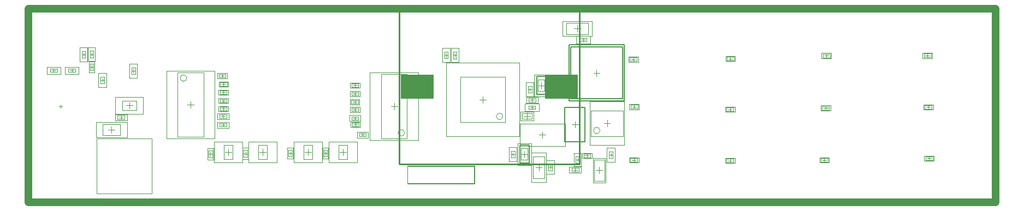
<source format=gbp>
G04*
G04 #@! TF.GenerationSoftware,Altium Limited,CircuitMaker,2.3.0 (2.3.0.3)*
G04*
G04 Layer_Color=16770453*
%FSLAX24Y24*%
%MOIN*%
G70*
G04*
G04 #@! TF.SameCoordinates,AA7B8D70-0D3E-4CF3-8BE1-7DC49EC747D3*
G04*
G04*
G04 #@! TF.FilePolarity,Positive*
G04*
G01*
G75*
%ADD11C,0.0039*%
%ADD13C,0.0100*%
%ADD14C,0.0050*%
%ADD15C,0.0079*%
%ADD16C,0.0059*%
%ADD18C,0.0472*%
%ADD19C,0.0020*%
%ADD114R,0.2000X0.1500*%
D11*
X4197Y3888D02*
X7544D01*
Y542D02*
Y3888D01*
X4197Y542D02*
X7544D01*
X4197D02*
Y3888D01*
X34911Y4383D02*
G03*
X34911Y4383I-197J0D01*
G01*
X28980Y5249D02*
G03*
X28980Y5249I-197J0D01*
G01*
X22981Y4244D02*
G03*
X22981Y4244I-197J0D01*
G01*
X9686Y7586D02*
G03*
X9686Y7586I-197J0D01*
G01*
X4434Y7248D02*
X4651D01*
X4434Y7661D02*
X4651D01*
X4434Y7248D02*
Y7661D01*
X4651Y7248D02*
Y7661D01*
X36329Y4029D02*
Y5608D01*
X34360Y4029D02*
Y5608D01*
X36329D01*
X34360Y4029D02*
X36329D01*
X19736Y6027D02*
Y6243D01*
X20150Y6027D02*
Y6243D01*
X19736D02*
X20150D01*
X19736Y6027D02*
X20150D01*
X5747Y5628D02*
Y6199D01*
X6613Y5628D02*
Y6199D01*
X5747D02*
X6613D01*
X5747Y5628D02*
X6613D01*
X14065Y2633D02*
Y3499D01*
X14596Y2633D02*
Y3499D01*
X14065D02*
X14596D01*
X14065Y2633D02*
X14596D01*
X27237Y1147D02*
Y2210D01*
X23174D02*
X27237D01*
X23174Y1147D02*
Y2210D01*
Y1147D02*
X27237D01*
X29137Y4894D02*
Y7650D01*
X26381Y4894D02*
Y7650D01*
Y4894D02*
X29137D01*
X26381Y7650D02*
X29137D01*
X1367Y7947D02*
X1780D01*
X1367Y8163D02*
X1780D01*
Y7947D02*
Y8163D01*
X1367Y7947D02*
Y8163D01*
X2469Y8163D02*
X2882D01*
X2469Y7947D02*
X2882D01*
X2469D02*
Y8163D01*
X2882Y7947D02*
Y8163D01*
X19759Y5027D02*
X20172D01*
X19759Y5243D02*
X20172D01*
Y5027D02*
Y5243D01*
X19759Y5027D02*
Y5243D01*
X20219Y4012D02*
X20632D01*
X20219Y4228D02*
X20632D01*
Y4012D02*
Y4228D01*
X20219Y4012D02*
Y4228D01*
X18264Y2781D02*
Y3194D01*
X18047Y2781D02*
Y3194D01*
X18264D01*
X18047Y2781D02*
X18264D01*
X16125Y2794D02*
Y3208D01*
X15908Y2794D02*
Y3208D01*
X16125D01*
X15908Y2794D02*
X16125D01*
X13390Y2772D02*
Y3185D01*
X13173Y2772D02*
Y3185D01*
X13390D01*
X13173Y2772D02*
X13390D01*
X11246Y2739D02*
Y3153D01*
X11029Y2739D02*
Y3153D01*
X11246D01*
X11029Y2739D02*
X11246D01*
X18952Y2630D02*
X19483D01*
X18952Y3496D02*
X19483D01*
Y2630D02*
Y3496D01*
X18952Y2630D02*
Y3496D01*
X16828Y2627D02*
X17359D01*
X16828Y3493D02*
X17359D01*
Y2627D02*
Y3493D01*
X16828Y2627D02*
Y3493D01*
X11963Y2629D02*
X12494D01*
X11963Y3495D02*
X12494D01*
Y2629D02*
Y3495D01*
X11963Y2629D02*
Y3495D01*
X11697Y5353D02*
X12111D01*
X11697Y5137D02*
X12111D01*
X11697D02*
Y5353D01*
X12111Y5137D02*
Y5353D01*
X11702Y4829D02*
X12116D01*
X11702Y4612D02*
X12116D01*
X11702D02*
Y4829D01*
X12116Y4612D02*
Y4829D01*
X21563Y7827D02*
X23138D01*
X21563Y3890D02*
X23138D01*
X21563D02*
Y7827D01*
X23138Y3890D02*
Y7827D01*
X9134Y4004D02*
X10709D01*
X9134Y7941D02*
X10709D01*
Y4004D02*
Y7941D01*
X9134Y4004D02*
Y7941D01*
X29492Y2718D02*
Y3131D01*
X29709Y2718D02*
Y3131D01*
X29492Y2718D02*
X29709D01*
X29492Y3131D02*
X29709D01*
X30104Y3289D02*
X30497D01*
X30104Y2580D02*
X30497D01*
Y3289D01*
X30104Y2580D02*
Y3289D01*
X31767Y2352D02*
X31984D01*
X31767Y1938D02*
X31984D01*
Y2352D01*
X31767Y1938D02*
Y2352D01*
X30821Y1456D02*
Y2794D01*
X31530Y1456D02*
Y2794D01*
X30821Y1456D02*
X31530D01*
X30821Y2794D02*
X31530D01*
X33612Y1857D02*
Y2093D01*
X33179Y1857D02*
Y2093D01*
Y1857D02*
X33612D01*
X33179Y2093D02*
X33612D01*
X36767Y2452D02*
X37200D01*
X36767Y2688D02*
X37200D01*
Y2452D02*
Y2688D01*
X36767Y2452D02*
Y2688D01*
X33437Y2388D02*
X33654D01*
X33437Y2802D02*
X33654D01*
X33437Y2388D02*
Y2802D01*
X33654Y2388D02*
Y2802D01*
X33909Y2737D02*
Y2953D01*
X34322Y2737D02*
Y2953D01*
X33909D02*
X34322D01*
X33909Y2737D02*
X34322D01*
X34545Y1311D02*
X35195D01*
X34545Y2591D02*
X35195D01*
X34545Y1311D02*
Y2591D01*
X35195Y1311D02*
Y2591D01*
X35467Y2687D02*
X35684D01*
X35467Y3101D02*
X35684D01*
X35467Y2687D02*
Y3101D01*
X35684Y2687D02*
Y3101D01*
X32866Y10969D02*
X34205D01*
X32866Y10261D02*
X34205D01*
X32866D02*
Y10969D01*
X34205Y10261D02*
Y10969D01*
X36784Y5712D02*
X37218D01*
X36784Y5948D02*
X37218D01*
Y5712D02*
Y5948D01*
X36784Y5712D02*
Y5948D01*
X36739Y8617D02*
X37172D01*
X36739Y8853D02*
X37172D01*
Y8617D02*
Y8853D01*
X36739Y8617D02*
Y8853D01*
X42654Y8652D02*
X43088D01*
X42654Y8888D02*
X43088D01*
Y8652D02*
Y8888D01*
X42654Y8652D02*
Y8888D01*
X42632Y2426D02*
X43065D01*
X42632Y2662D02*
X43065D01*
Y2426D02*
Y2662D01*
X42632Y2426D02*
Y2662D01*
X42637Y5557D02*
Y5793D01*
X43070Y5557D02*
Y5793D01*
X42637D02*
X43070D01*
X42637Y5557D02*
X43070D01*
X48474Y5642D02*
X48907D01*
X48474Y5878D02*
X48907D01*
Y5642D02*
Y5878D01*
X48474Y5642D02*
Y5878D01*
X48512Y8837D02*
X48945D01*
X48512Y9073D02*
X48945D01*
Y8837D02*
Y9073D01*
X48512Y8837D02*
Y9073D01*
X48389Y2457D02*
X48822D01*
X48389Y2693D02*
X48822D01*
Y2457D02*
Y2693D01*
X48389Y2457D02*
Y2693D01*
X54779Y2567D02*
Y2803D01*
X55212Y2567D02*
Y2803D01*
X54779D02*
X55212D01*
X54779Y2567D02*
X55212D01*
X54737Y5697D02*
Y5933D01*
X55170Y5697D02*
Y5933D01*
X54737D02*
X55170D01*
X54737Y5697D02*
X55170D01*
X54677Y8847D02*
X55110D01*
X54677Y9083D02*
X55110D01*
Y8847D02*
Y9083D01*
X54677Y8847D02*
Y9083D01*
X34106Y9815D02*
Y10032D01*
X33692Y9815D02*
Y10032D01*
Y9815D02*
X34106D01*
X33692Y10032D02*
X34106D01*
X25957Y9192D02*
X26174D01*
X25957Y8778D02*
X26174D01*
Y9192D01*
X25957Y8778D02*
Y9192D01*
X12138Y6605D02*
Y6822D01*
X11725Y6605D02*
Y6822D01*
Y6605D02*
X12138D01*
X11725Y6822D02*
X12138D01*
X12147Y7105D02*
Y7322D01*
X11734Y7105D02*
Y7322D01*
Y7105D02*
X12147D01*
X11734Y7322D02*
X12147D01*
X12125Y5607D02*
Y5823D01*
X11711Y5607D02*
Y5823D01*
Y5607D02*
X12125D01*
X11711Y5823D02*
X12125D01*
X12127Y6094D02*
Y6311D01*
X11714Y6094D02*
Y6311D01*
Y6094D02*
X12127D01*
X11714Y6311D02*
X12127D01*
X12063Y7625D02*
Y7842D01*
X11649Y7625D02*
Y7842D01*
Y7625D02*
X12063D01*
X11649Y7842D02*
X12063D01*
X30759Y5086D02*
Y5417D01*
X30153Y5086D02*
Y5417D01*
Y5086D02*
X30759D01*
X30153Y5417D02*
X30759D01*
X19749Y6517D02*
Y6733D01*
X20162Y6517D02*
Y6733D01*
X19749D02*
X20162D01*
X19749Y6517D02*
X20162D01*
X19747Y5557D02*
Y5773D01*
X20160Y5557D02*
Y5773D01*
X19747D02*
X20160D01*
X19747Y5557D02*
X20160D01*
X5904Y5057D02*
Y5293D01*
X5471Y5057D02*
Y5293D01*
Y5057D02*
X5904D01*
X5471Y5293D02*
X5904D01*
X3777Y8831D02*
X3994D01*
X3777Y9245D02*
X3994D01*
X3777Y8831D02*
Y9245D01*
X3994Y8831D02*
Y9245D01*
X30562Y6361D02*
X30976D01*
X30562Y6144D02*
X30976D01*
X30562D02*
Y6361D01*
X30976Y6144D02*
Y6361D01*
X3778Y8058D02*
Y8472D01*
X3994Y8058D02*
Y8472D01*
X3778Y8058D02*
X3994D01*
X3778Y8472D02*
X3994D01*
X19761Y7040D02*
Y7257D01*
X20174Y7040D02*
Y7257D01*
X19761D02*
X20174D01*
X19761Y7040D02*
X20174D01*
X30747Y6696D02*
Y7109D01*
X30531Y6696D02*
Y7109D01*
X30747D01*
X30531Y6696D02*
X30747D01*
X6542Y7820D02*
Y8233D01*
X6326Y7820D02*
Y8233D01*
X6542D01*
X6326Y7820D02*
X6542D01*
X3287Y8828D02*
X3504D01*
X3287Y9242D02*
X3504D01*
X3287Y8828D02*
Y9242D01*
X3504Y8828D02*
Y9242D01*
X31122Y6784D02*
X31516D01*
X31122Y7492D02*
X31516D01*
X31122Y6784D02*
Y7492D01*
X31516Y6784D02*
Y7492D01*
X19779Y4642D02*
Y4858D01*
X20192Y4642D02*
Y4858D01*
X19779D02*
X20192D01*
X19779Y4642D02*
X20192D01*
X25634Y8779D02*
Y9193D01*
X25417Y8779D02*
Y9193D01*
X25634D01*
X25417Y8779D02*
X25634D01*
X30561Y5694D02*
X30975D01*
X30561Y5911D02*
X30975D01*
Y5694D02*
Y5911D01*
X30561Y5694D02*
Y5911D01*
X4569Y4090D02*
X5632D01*
X4569Y4760D02*
X5632D01*
Y4090D02*
Y4760D01*
X4569Y4090D02*
Y4760D01*
X4542Y7346D02*
Y7563D01*
X4434Y7455D02*
X4651D01*
X35147Y4818D02*
X35541D01*
X35344Y4621D02*
Y5015D01*
X19835Y6135D02*
X20051D01*
X19943Y6027D02*
Y6243D01*
X5983Y5913D02*
X6377D01*
X6180Y5717D02*
Y6110D01*
X14134Y3066D02*
X14528D01*
X14331Y2869D02*
Y3263D01*
X23154Y1127D02*
X27249D01*
Y2229D01*
X23154D02*
X27249D01*
X23154Y1127D02*
Y2229D01*
X27562Y6272D02*
X27956D01*
X27759Y6075D02*
Y6469D01*
X1573Y7947D02*
Y8163D01*
X1465Y8055D02*
X1681D01*
X2676Y7947D02*
Y8163D01*
X2567Y8055D02*
X2784D01*
X19965Y5027D02*
Y5243D01*
X19857Y5135D02*
X20074D01*
X20426Y4012D02*
Y4228D01*
X20317Y4120D02*
X20534D01*
X18047Y2987D02*
X18264D01*
X18155Y2879D02*
Y3095D01*
X15908Y3001D02*
X16125D01*
X16017Y2893D02*
Y3109D01*
X13173Y2978D02*
X13390D01*
X13281Y2870D02*
Y3087D01*
X11029Y2946D02*
X11246D01*
X11138Y2838D02*
Y3054D01*
X19218Y2866D02*
Y3260D01*
X19021Y3063D02*
X19414D01*
X17093Y2863D02*
Y3257D01*
X16897Y3060D02*
X17290D01*
X12228Y2865D02*
Y3259D01*
X12032Y3062D02*
X12425D01*
X11904Y5137D02*
Y5353D01*
X11796Y5245D02*
X12012D01*
X11909Y4612D02*
Y4829D01*
X11801Y4720D02*
X12017D01*
X22351Y5661D02*
Y6055D01*
X22154Y5858D02*
X22548D01*
X20874Y7925D02*
X23827D01*
X20874Y3791D02*
X23827D01*
X20874D02*
Y7925D01*
X23827Y3791D02*
Y7925D01*
X9922Y5775D02*
Y6169D01*
X9725Y5972D02*
X10119D01*
X8445Y3905D02*
X11398D01*
X8445Y8039D02*
X11398D01*
Y3905D02*
Y8039D01*
X8445Y3905D02*
Y8039D01*
X29492Y2925D02*
X29709D01*
X29600Y2816D02*
Y3033D01*
X30300Y2738D02*
Y3131D01*
X30104Y2935D02*
X30497D01*
X31876Y2037D02*
Y2253D01*
X31767Y2145D02*
X31984D01*
X30979Y2125D02*
X31373D01*
X31176Y1928D02*
Y2322D01*
X33278Y1975D02*
X33514D01*
X33396Y1857D02*
Y2093D01*
X36983Y2452D02*
Y2688D01*
X36865Y2570D02*
X37101D01*
X33546Y2487D02*
Y2703D01*
X33437Y2595D02*
X33654D01*
X34007Y2845D02*
X34224D01*
X34116Y2737D02*
Y2953D01*
X34870Y1754D02*
Y2148D01*
X34673Y1951D02*
X35067D01*
X35576Y2786D02*
Y3002D01*
X35467Y2894D02*
X35684D01*
X33189Y4745D02*
X33583D01*
X33386Y4548D02*
Y4942D01*
X33536Y10418D02*
Y10812D01*
X33339Y10615D02*
X33733D01*
X37001Y5712D02*
Y5948D01*
X36883Y5830D02*
X37119D01*
X36956Y8617D02*
Y8853D01*
X36838Y8735D02*
X37074D01*
X42871Y8652D02*
Y8888D01*
X42753Y8770D02*
X42989D01*
X42849Y2426D02*
Y2662D01*
X42731Y2544D02*
X42967D01*
X42735Y5675D02*
X42972D01*
X42853Y5557D02*
Y5793D01*
X48690Y5642D02*
Y5878D01*
X48572Y5760D02*
X48809D01*
X48728Y8837D02*
Y9073D01*
X48610Y8955D02*
X48846D01*
X48606Y2457D02*
Y2693D01*
X48488Y2575D02*
X48724D01*
X54878Y2685D02*
X55114D01*
X54996Y2567D02*
Y2803D01*
X54835Y5815D02*
X55072D01*
X54953Y5697D02*
Y5933D01*
X54893Y8847D02*
Y9083D01*
X54775Y8965D02*
X55012D01*
X33791Y9923D02*
X34007D01*
X33899Y9815D02*
Y10032D01*
X34509Y7905D02*
X34903D01*
X34706Y7708D02*
Y8102D01*
X26066Y8877D02*
Y9093D01*
X25957Y8985D02*
X26174D01*
X11823Y6713D02*
X12040D01*
X11932Y6605D02*
Y6822D01*
X11832Y7213D02*
X12049D01*
X11940Y7105D02*
Y7322D01*
X11810Y5715D02*
X12026D01*
X11918Y5607D02*
Y5823D01*
X11812Y6203D02*
X12029D01*
X11921Y6094D02*
Y6311D01*
X11748Y7734D02*
X11964D01*
X11856Y7625D02*
Y7842D01*
X30259Y5252D02*
X30653D01*
X30456Y5055D02*
Y5448D01*
X19847Y6625D02*
X20063D01*
X19955Y6517D02*
Y6733D01*
X19845Y5665D02*
X20062D01*
X19953Y5557D02*
Y5773D01*
X5570Y5175D02*
X5806D01*
X5688Y5057D02*
Y5293D01*
X3886Y8930D02*
Y9146D01*
X3777Y9038D02*
X3994D01*
X30769Y6144D02*
Y6361D01*
X30661Y6252D02*
X30877D01*
X3778Y8265D02*
X3994D01*
X3886Y8157D02*
Y8373D01*
X19859Y7149D02*
X20076D01*
X19968Y7040D02*
Y7257D01*
X30531Y6902D02*
X30747D01*
X30639Y6794D02*
Y7011D01*
X6326Y8027D02*
X6542D01*
X6434Y7918D02*
Y8135D01*
X3396Y8927D02*
Y9143D01*
X3287Y9035D02*
X3504D01*
X31319Y6941D02*
Y7335D01*
X31122Y7138D02*
X31516D01*
X19877Y4750D02*
X20094D01*
X19985Y4642D02*
Y4858D01*
X25417Y8986D02*
X25634D01*
X25526Y8878D02*
Y9094D01*
X30768Y5694D02*
Y5911D01*
X30660Y5802D02*
X30876D01*
X5100Y4228D02*
Y4622D01*
X4904Y4425D02*
X5297D01*
D13*
X22646Y2329D02*
X33669D01*
X22646D02*
Y11778D01*
X33669Y2329D02*
Y11778D01*
X22646D02*
X33669D01*
D14*
X33131Y6330D02*
Y9480D01*
X36281Y6330D02*
Y9480D01*
X33131Y6330D02*
X36281D01*
X33131Y9480D02*
X36281D01*
X33033Y6192D02*
X36379D01*
X33033Y9618D02*
X36379D01*
X33033Y6192D02*
Y9618D01*
X36379Y6192D02*
Y9618D01*
D15*
X32772Y3695D02*
X34000D01*
Y5795D01*
X32772D02*
X34000D01*
X32772Y3695D02*
Y5795D01*
D16*
X30576Y2385D02*
Y3485D01*
X30025Y2385D02*
X30576D01*
X30025D02*
Y3485D01*
X30576D01*
X31044Y6588D02*
Y7688D01*
X31595D01*
Y6588D02*
Y7688D01*
X31044Y6588D02*
X31595D01*
D18*
X59066Y5D02*
Y11825D01*
X16Y5D02*
X59066D01*
X16Y11825D02*
X59066D01*
X16Y5D02*
Y11825D01*
D19*
X4306Y7022D02*
X4779D01*
X4306Y7888D02*
X4779D01*
X4306Y7022D02*
Y7888D01*
X4779Y7022D02*
Y7888D01*
X36388Y3480D02*
Y6157D01*
X34301Y3480D02*
Y6157D01*
X36388D01*
X34301Y3480D02*
X36388D01*
X19648Y5977D02*
Y6292D01*
X20238Y5977D02*
Y6292D01*
X19648D02*
X20238D01*
X19648Y5977D02*
X20238D01*
X5334Y5402D02*
Y6425D01*
X7027Y5402D02*
Y6425D01*
X5334D02*
X7027D01*
X5334Y5402D02*
X7027D01*
X13465Y2436D02*
Y3696D01*
X15197Y2436D02*
Y3696D01*
X13465D02*
X15197D01*
X13465Y2436D02*
X15197D01*
X30003Y4028D02*
Y8516D01*
X25515Y4028D02*
Y8516D01*
Y4028D02*
X30003D01*
X25515Y8516D02*
X30003D01*
X1160Y7838D02*
X1987D01*
X1160Y8271D02*
X1987D01*
Y7838D02*
Y8271D01*
X1160Y7838D02*
Y8271D01*
X2262Y8271D02*
X3089D01*
X2262Y7838D02*
X3089D01*
X2262D02*
Y8271D01*
X3089Y7838D02*
Y8271D01*
X19623Y4958D02*
X20307D01*
X19623Y5312D02*
X20307D01*
Y4958D02*
Y5312D01*
X19623Y4958D02*
Y5312D01*
X20084Y3943D02*
X20768D01*
X20084Y4297D02*
X20768D01*
Y3943D02*
Y4297D01*
X20084Y3943D02*
Y4297D01*
X18333Y2645D02*
Y3329D01*
X17978Y2645D02*
Y3329D01*
X18333D01*
X17978Y2645D02*
X18333D01*
X16194Y2659D02*
Y3343D01*
X15840Y2659D02*
Y3343D01*
X16194D01*
X15840Y2659D02*
X16194D01*
X13459Y2637D02*
Y3320D01*
X13104Y2637D02*
Y3320D01*
X13459D01*
X13104Y2637D02*
X13459D01*
X11315Y2604D02*
Y3288D01*
X10961Y2604D02*
Y3288D01*
X11315D01*
X10961Y2604D02*
X11315D01*
X18351Y2433D02*
X20084D01*
X18351Y3693D02*
X20084D01*
Y2433D02*
Y3693D01*
X18351Y2433D02*
Y3693D01*
X16227Y2430D02*
X17960D01*
X16227Y3690D02*
X17960D01*
Y2430D02*
Y3690D01*
X16227Y2430D02*
Y3690D01*
X11362Y2432D02*
X13094D01*
X11362Y3692D02*
X13094D01*
Y2432D02*
Y3692D01*
X11362Y2432D02*
Y3692D01*
X11562Y5422D02*
X12246D01*
X11562Y5068D02*
X12246D01*
X11562D02*
Y5422D01*
X12246Y5068D02*
Y5422D01*
X11567Y4897D02*
X12251D01*
X11567Y4543D02*
X12251D01*
X11567D02*
Y4897D01*
X12251Y4543D02*
Y4897D01*
X31201Y4113D02*
X31595D01*
X31398Y3916D02*
Y4310D01*
X32776Y3444D02*
Y4782D01*
X30020D02*
X32776D01*
X30020Y3444D02*
Y4782D01*
Y3444D02*
X32776D01*
X29364Y2492D02*
Y3358D01*
X29837Y2492D02*
Y3358D01*
X29364Y2492D02*
X29837D01*
X29364Y3358D02*
X29837D01*
X29887Y3604D02*
X30714D01*
X29887Y2265D02*
X30714D01*
Y3604D01*
X29887Y2265D02*
Y3604D01*
X31640Y2578D02*
X32112D01*
X31640Y1712D02*
X32112D01*
Y2578D01*
X31640Y1712D02*
Y2578D01*
X30723Y1219D02*
Y3030D01*
X31628Y1219D02*
Y3030D01*
X30723Y1219D02*
X31628D01*
X30723Y3030D02*
X31628D01*
X33750Y1798D02*
Y2152D01*
X33041Y1798D02*
Y2152D01*
Y1798D02*
X33750D01*
X33041Y2152D02*
X33750D01*
X36688Y2412D02*
X37279D01*
X36688Y2727D02*
X37279D01*
Y2412D02*
Y2727D01*
X36688Y2412D02*
Y2727D01*
X33329Y2182D02*
X33762D01*
X33329Y3008D02*
X33762D01*
X33329Y2182D02*
Y3008D01*
X33762Y2182D02*
Y3008D01*
X33820Y2687D02*
Y3002D01*
X34411Y2687D02*
Y3002D01*
X33820D02*
X34411D01*
X33820Y2687D02*
X34411D01*
X34496Y1203D02*
X35244D01*
X34496Y2699D02*
X35244D01*
X34496Y1203D02*
Y2699D01*
X35244Y1203D02*
Y2699D01*
X35340Y2461D02*
X35812D01*
X35340Y3327D02*
X35812D01*
X35340Y2461D02*
Y3327D01*
X35812Y2461D02*
Y3327D01*
X32630Y11068D02*
X34441D01*
X32630Y10162D02*
X34441D01*
X32630D02*
Y11068D01*
X34441Y10162D02*
Y11068D01*
X36706Y5672D02*
X37296D01*
X36706Y5987D02*
X37296D01*
Y5672D02*
Y5987D01*
X36706Y5672D02*
Y5987D01*
X36660Y8577D02*
X37251D01*
X36660Y8892D02*
X37251D01*
Y8577D02*
Y8892D01*
X36660Y8577D02*
Y8892D01*
X42576Y8612D02*
X43166D01*
X42576Y8927D02*
X43166D01*
Y8612D02*
Y8927D01*
X42576Y8612D02*
Y8927D01*
X42553Y2387D02*
X43144D01*
X42553Y2702D02*
X43144D01*
Y2387D02*
Y2702D01*
X42553Y2387D02*
Y2702D01*
X42558Y5517D02*
Y5832D01*
X43149Y5517D02*
Y5832D01*
X42558D02*
X43149D01*
X42558Y5517D02*
X43149D01*
X48395Y5602D02*
X48986D01*
X48395Y5917D02*
X48986D01*
Y5602D02*
Y5917D01*
X48395Y5602D02*
Y5917D01*
X48433Y8797D02*
X49023D01*
X48433Y9112D02*
X49023D01*
Y8797D02*
Y9112D01*
X48433Y8797D02*
Y9112D01*
X48310Y2417D02*
X48901D01*
X48310Y2732D02*
X48901D01*
Y2417D02*
Y2732D01*
X48310Y2417D02*
Y2732D01*
X54700Y2527D02*
Y2842D01*
X55291Y2527D02*
Y2842D01*
X54700D02*
X55291D01*
X54700Y2527D02*
X55291D01*
X54658Y5657D02*
Y5972D01*
X55249Y5657D02*
Y5972D01*
X54658D02*
X55249D01*
X54658Y5657D02*
X55249D01*
X54598Y8807D02*
X55189D01*
X54598Y9122D02*
X55189D01*
Y8807D02*
Y9122D01*
X54598Y8807D02*
Y9122D01*
X34332Y9687D02*
Y10160D01*
X33466Y9687D02*
Y10160D01*
Y9687D02*
X34332D01*
X33466Y10160D02*
X34332D01*
X25830Y9418D02*
X26302D01*
X25830Y8552D02*
X26302D01*
Y9418D01*
X25830Y8552D02*
Y9418D01*
X12227Y6556D02*
Y6871D01*
X11636Y6556D02*
Y6871D01*
Y6556D02*
X12227D01*
X11636Y6871D02*
X12227D01*
X12236Y7056D02*
Y7371D01*
X11645Y7056D02*
Y7371D01*
Y7056D02*
X12236D01*
X11645Y7371D02*
X12236D01*
X12213Y5557D02*
Y5872D01*
X11623Y5557D02*
Y5872D01*
Y5557D02*
X12213D01*
X11623Y5872D02*
X12213D01*
X12216Y6045D02*
Y6360D01*
X11625Y6045D02*
Y6360D01*
Y6045D02*
X12216D01*
X11625Y6360D02*
X12216D01*
X12151Y7576D02*
Y7891D01*
X11561Y7576D02*
Y7891D01*
Y7576D02*
X12151D01*
X11561Y7891D02*
X12151D01*
X30860Y4986D02*
Y5517D01*
X30052Y4986D02*
Y5517D01*
Y4986D02*
X30860D01*
X30052Y5517D02*
X30860D01*
X19660Y6467D02*
Y6782D01*
X20250Y6467D02*
Y6782D01*
X19660D02*
X20250D01*
X19660Y6467D02*
X20250D01*
X19658Y5507D02*
Y5822D01*
X20249Y5507D02*
Y5822D01*
X19658D02*
X20249D01*
X19658Y5507D02*
X20249D01*
X6042Y4998D02*
Y5352D01*
X5333Y4998D02*
Y5352D01*
Y4998D02*
X6042D01*
X5333Y5352D02*
X6042D01*
X3669Y8625D02*
X4102D01*
X3669Y9451D02*
X4102D01*
X3669Y8625D02*
Y9451D01*
X4102Y8625D02*
Y9451D01*
X30427Y6429D02*
X31111D01*
X30427Y6075D02*
X31111D01*
X30427D02*
Y6429D01*
X31111Y6075D02*
Y6429D01*
X3709Y7923D02*
Y8607D01*
X4063Y7923D02*
Y8607D01*
X3709Y7923D02*
X4063D01*
X3709Y8607D02*
X4063D01*
X19672Y6991D02*
Y7306D01*
X20263Y6991D02*
Y7306D01*
X19672D02*
X20263D01*
X19672Y6991D02*
X20263D01*
X30875Y6469D02*
Y7335D01*
X30403Y6469D02*
Y7335D01*
X30875D01*
X30403Y6469D02*
X30875D01*
X6670Y7594D02*
Y8460D01*
X6198Y7594D02*
Y8460D01*
X6670D01*
X6198Y7594D02*
X6670D01*
X3160Y8602D02*
X3632D01*
X3160Y9468D02*
X3632D01*
X3160Y8602D02*
Y9468D01*
X3632Y8602D02*
Y9468D01*
X30906Y6469D02*
X31733D01*
X30906Y7807D02*
X31733D01*
X30906Y6469D02*
Y7807D01*
X31733Y6469D02*
Y7807D01*
X19690Y4593D02*
Y4907D01*
X20281Y4593D02*
Y4907D01*
X19690D02*
X20281D01*
X19690Y4593D02*
X20281D01*
X25762Y8553D02*
Y9419D01*
X25290Y8553D02*
Y9419D01*
X25762D01*
X25290Y8553D02*
X25762D01*
X30335Y5566D02*
X31201D01*
X30335Y6039D02*
X31201D01*
Y5566D02*
Y6039D01*
X30335Y5566D02*
Y6039D01*
X4156Y3952D02*
X6045D01*
X4156Y4897D02*
X6045D01*
Y3952D02*
Y4897D01*
X4156Y3952D02*
Y4897D01*
X1902Y5868D02*
X2099D01*
X2001Y5769D02*
Y5966D01*
D114*
X32557Y7053D02*
D03*
X23757D02*
D03*
M02*

</source>
